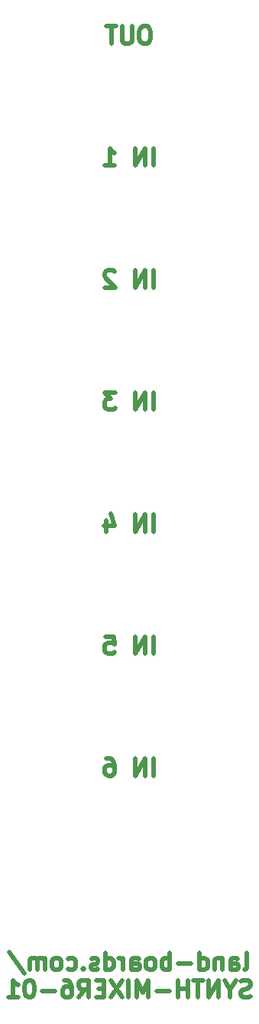
<source format=gbo>
%TF.GenerationSoftware,KiCad,Pcbnew,(6.0.1)*%
%TF.CreationDate,2022-09-30T21:03:03-04:00*%
%TF.ProjectId,SYNTH-MIXER6-01_PANEL,53594e54-482d-44d4-9958-4552362d3031,1*%
%TF.SameCoordinates,Original*%
%TF.FileFunction,Legend,Bot*%
%TF.FilePolarity,Positive*%
%FSLAX46Y46*%
G04 Gerber Fmt 4.6, Leading zero omitted, Abs format (unit mm)*
G04 Created by KiCad (PCBNEW (6.0.1)) date 2022-09-30 21:03:03*
%MOMM*%
%LPD*%
G01*
G04 APERTURE LIST*
%ADD10C,0.476250*%
G04 APERTURE END LIST*
D10*
X67745357Y-117328260D02*
X67926785Y-117237546D01*
X68017500Y-117056117D01*
X68017500Y-115423260D01*
X66203214Y-117328260D02*
X66203214Y-116330403D01*
X66293928Y-116148975D01*
X66475357Y-116058260D01*
X66838214Y-116058260D01*
X67019642Y-116148975D01*
X66203214Y-117237546D02*
X66384642Y-117328260D01*
X66838214Y-117328260D01*
X67019642Y-117237546D01*
X67110357Y-117056117D01*
X67110357Y-116874689D01*
X67019642Y-116693260D01*
X66838214Y-116602546D01*
X66384642Y-116602546D01*
X66203214Y-116511832D01*
X65296071Y-116058260D02*
X65296071Y-117328260D01*
X65296071Y-116239689D02*
X65205357Y-116148975D01*
X65023928Y-116058260D01*
X64751785Y-116058260D01*
X64570357Y-116148975D01*
X64479642Y-116330403D01*
X64479642Y-117328260D01*
X62756071Y-117328260D02*
X62756071Y-115423260D01*
X62756071Y-117237546D02*
X62937500Y-117328260D01*
X63300357Y-117328260D01*
X63481785Y-117237546D01*
X63572500Y-117146832D01*
X63663214Y-116965403D01*
X63663214Y-116421117D01*
X63572500Y-116239689D01*
X63481785Y-116148975D01*
X63300357Y-116058260D01*
X62937500Y-116058260D01*
X62756071Y-116148975D01*
X61848928Y-116602546D02*
X60397500Y-116602546D01*
X59490357Y-117328260D02*
X59490357Y-115423260D01*
X59490357Y-116148975D02*
X59308928Y-116058260D01*
X58946071Y-116058260D01*
X58764642Y-116148975D01*
X58673928Y-116239689D01*
X58583214Y-116421117D01*
X58583214Y-116965403D01*
X58673928Y-117146832D01*
X58764642Y-117237546D01*
X58946071Y-117328260D01*
X59308928Y-117328260D01*
X59490357Y-117237546D01*
X57494642Y-117328260D02*
X57676071Y-117237546D01*
X57766785Y-117146832D01*
X57857500Y-116965403D01*
X57857500Y-116421117D01*
X57766785Y-116239689D01*
X57676071Y-116148975D01*
X57494642Y-116058260D01*
X57222500Y-116058260D01*
X57041071Y-116148975D01*
X56950357Y-116239689D01*
X56859642Y-116421117D01*
X56859642Y-116965403D01*
X56950357Y-117146832D01*
X57041071Y-117237546D01*
X57222500Y-117328260D01*
X57494642Y-117328260D01*
X55226785Y-117328260D02*
X55226785Y-116330403D01*
X55317500Y-116148975D01*
X55498928Y-116058260D01*
X55861785Y-116058260D01*
X56043214Y-116148975D01*
X55226785Y-117237546D02*
X55408214Y-117328260D01*
X55861785Y-117328260D01*
X56043214Y-117237546D01*
X56133928Y-117056117D01*
X56133928Y-116874689D01*
X56043214Y-116693260D01*
X55861785Y-116602546D01*
X55408214Y-116602546D01*
X55226785Y-116511832D01*
X54319642Y-117328260D02*
X54319642Y-116058260D01*
X54319642Y-116421117D02*
X54228928Y-116239689D01*
X54138214Y-116148975D01*
X53956785Y-116058260D01*
X53775357Y-116058260D01*
X52323928Y-117328260D02*
X52323928Y-115423260D01*
X52323928Y-117237546D02*
X52505357Y-117328260D01*
X52868214Y-117328260D01*
X53049642Y-117237546D01*
X53140357Y-117146832D01*
X53231071Y-116965403D01*
X53231071Y-116421117D01*
X53140357Y-116239689D01*
X53049642Y-116148975D01*
X52868214Y-116058260D01*
X52505357Y-116058260D01*
X52323928Y-116148975D01*
X51507500Y-117237546D02*
X51326071Y-117328260D01*
X50963214Y-117328260D01*
X50781785Y-117237546D01*
X50691071Y-117056117D01*
X50691071Y-116965403D01*
X50781785Y-116783975D01*
X50963214Y-116693260D01*
X51235357Y-116693260D01*
X51416785Y-116602546D01*
X51507500Y-116421117D01*
X51507500Y-116330403D01*
X51416785Y-116148975D01*
X51235357Y-116058260D01*
X50963214Y-116058260D01*
X50781785Y-116148975D01*
X49874642Y-117146832D02*
X49783928Y-117237546D01*
X49874642Y-117328260D01*
X49965357Y-117237546D01*
X49874642Y-117146832D01*
X49874642Y-117328260D01*
X48151071Y-117237546D02*
X48332500Y-117328260D01*
X48695357Y-117328260D01*
X48876785Y-117237546D01*
X48967500Y-117146832D01*
X49058214Y-116965403D01*
X49058214Y-116421117D01*
X48967500Y-116239689D01*
X48876785Y-116148975D01*
X48695357Y-116058260D01*
X48332500Y-116058260D01*
X48151071Y-116148975D01*
X47062500Y-117328260D02*
X47243928Y-117237546D01*
X47334642Y-117146832D01*
X47425357Y-116965403D01*
X47425357Y-116421117D01*
X47334642Y-116239689D01*
X47243928Y-116148975D01*
X47062500Y-116058260D01*
X46790357Y-116058260D01*
X46608928Y-116148975D01*
X46518214Y-116239689D01*
X46427500Y-116421117D01*
X46427500Y-116965403D01*
X46518214Y-117146832D01*
X46608928Y-117237546D01*
X46790357Y-117328260D01*
X47062500Y-117328260D01*
X45611071Y-117328260D02*
X45611071Y-116058260D01*
X45611071Y-116239689D02*
X45520357Y-116148975D01*
X45338928Y-116058260D01*
X45066785Y-116058260D01*
X44885357Y-116148975D01*
X44794642Y-116330403D01*
X44794642Y-117328260D01*
X44794642Y-116330403D02*
X44703928Y-116148975D01*
X44522500Y-116058260D01*
X44250357Y-116058260D01*
X44068928Y-116148975D01*
X43978214Y-116330403D01*
X43978214Y-117328260D01*
X41710357Y-115332546D02*
X43343214Y-117781832D01*
X68425714Y-120304596D02*
X68153571Y-120395310D01*
X67700000Y-120395310D01*
X67518571Y-120304596D01*
X67427857Y-120213882D01*
X67337142Y-120032453D01*
X67337142Y-119851025D01*
X67427857Y-119669596D01*
X67518571Y-119578882D01*
X67700000Y-119488167D01*
X68062857Y-119397453D01*
X68244285Y-119306739D01*
X68335000Y-119216025D01*
X68425714Y-119034596D01*
X68425714Y-118853167D01*
X68335000Y-118671739D01*
X68244285Y-118581025D01*
X68062857Y-118490310D01*
X67609285Y-118490310D01*
X67337142Y-118581025D01*
X66157857Y-119488167D02*
X66157857Y-120395310D01*
X66792857Y-118490310D02*
X66157857Y-119488167D01*
X65522857Y-118490310D01*
X64887857Y-120395310D02*
X64887857Y-118490310D01*
X63799285Y-120395310D01*
X63799285Y-118490310D01*
X63164285Y-118490310D02*
X62075714Y-118490310D01*
X62620000Y-120395310D02*
X62620000Y-118490310D01*
X61440714Y-120395310D02*
X61440714Y-118490310D01*
X61440714Y-119397453D02*
X60352142Y-119397453D01*
X60352142Y-120395310D02*
X60352142Y-118490310D01*
X59445000Y-119669596D02*
X57993571Y-119669596D01*
X57086428Y-120395310D02*
X57086428Y-118490310D01*
X56451428Y-119851025D01*
X55816428Y-118490310D01*
X55816428Y-120395310D01*
X54909285Y-120395310D02*
X54909285Y-118490310D01*
X54183571Y-118490310D02*
X52913571Y-120395310D01*
X52913571Y-118490310D02*
X54183571Y-120395310D01*
X52187857Y-119397453D02*
X51552857Y-119397453D01*
X51280714Y-120395310D02*
X52187857Y-120395310D01*
X52187857Y-118490310D01*
X51280714Y-118490310D01*
X49375714Y-120395310D02*
X50010714Y-119488167D01*
X50464285Y-120395310D02*
X50464285Y-118490310D01*
X49738571Y-118490310D01*
X49557142Y-118581025D01*
X49466428Y-118671739D01*
X49375714Y-118853167D01*
X49375714Y-119125310D01*
X49466428Y-119306739D01*
X49557142Y-119397453D01*
X49738571Y-119488167D01*
X50464285Y-119488167D01*
X47742857Y-118490310D02*
X48105714Y-118490310D01*
X48287142Y-118581025D01*
X48377857Y-118671739D01*
X48559285Y-118943882D01*
X48650000Y-119306739D01*
X48650000Y-120032453D01*
X48559285Y-120213882D01*
X48468571Y-120304596D01*
X48287142Y-120395310D01*
X47924285Y-120395310D01*
X47742857Y-120304596D01*
X47652142Y-120213882D01*
X47561428Y-120032453D01*
X47561428Y-119578882D01*
X47652142Y-119397453D01*
X47742857Y-119306739D01*
X47924285Y-119216025D01*
X48287142Y-119216025D01*
X48468571Y-119306739D01*
X48559285Y-119397453D01*
X48650000Y-119578882D01*
X46745000Y-119669596D02*
X45293571Y-119669596D01*
X44023571Y-118490310D02*
X43842142Y-118490310D01*
X43660714Y-118581025D01*
X43570000Y-118671739D01*
X43479285Y-118853167D01*
X43388571Y-119216025D01*
X43388571Y-119669596D01*
X43479285Y-120032453D01*
X43570000Y-120213882D01*
X43660714Y-120304596D01*
X43842142Y-120395310D01*
X44023571Y-120395310D01*
X44205000Y-120304596D01*
X44295714Y-120213882D01*
X44386428Y-120032453D01*
X44477142Y-119669596D01*
X44477142Y-119216025D01*
X44386428Y-118853167D01*
X44295714Y-118671739D01*
X44205000Y-118581025D01*
X44023571Y-118490310D01*
X41574285Y-120395310D02*
X42662857Y-120395310D01*
X42118571Y-120395310D02*
X42118571Y-118490310D01*
X42300000Y-118762453D01*
X42481428Y-118943882D01*
X42662857Y-119034596D01*
X57630714Y-95861785D02*
X57630714Y-93956785D01*
X56723571Y-95861785D02*
X56723571Y-93956785D01*
X55635000Y-95861785D01*
X55635000Y-93956785D01*
X52460000Y-93956785D02*
X52822857Y-93956785D01*
X53004285Y-94047500D01*
X53095000Y-94138214D01*
X53276428Y-94410357D01*
X53367142Y-94773214D01*
X53367142Y-95498928D01*
X53276428Y-95680357D01*
X53185714Y-95771071D01*
X53004285Y-95861785D01*
X52641428Y-95861785D01*
X52460000Y-95771071D01*
X52369285Y-95680357D01*
X52278571Y-95498928D01*
X52278571Y-95045357D01*
X52369285Y-94863928D01*
X52460000Y-94773214D01*
X52641428Y-94682500D01*
X53004285Y-94682500D01*
X53185714Y-94773214D01*
X53276428Y-94863928D01*
X53367142Y-95045357D01*
X57630714Y-82361785D02*
X57630714Y-80456785D01*
X56723571Y-82361785D02*
X56723571Y-80456785D01*
X55635000Y-82361785D01*
X55635000Y-80456785D01*
X52369285Y-80456785D02*
X53276428Y-80456785D01*
X53367142Y-81363928D01*
X53276428Y-81273214D01*
X53095000Y-81182500D01*
X52641428Y-81182500D01*
X52460000Y-81273214D01*
X52369285Y-81363928D01*
X52278571Y-81545357D01*
X52278571Y-81998928D01*
X52369285Y-82180357D01*
X52460000Y-82271071D01*
X52641428Y-82361785D01*
X53095000Y-82361785D01*
X53276428Y-82271071D01*
X53367142Y-82180357D01*
X57630714Y-68861785D02*
X57630714Y-66956785D01*
X56723571Y-68861785D02*
X56723571Y-66956785D01*
X55635000Y-68861785D01*
X55635000Y-66956785D01*
X52460000Y-67591785D02*
X52460000Y-68861785D01*
X52913571Y-66866071D02*
X53367142Y-68226785D01*
X52187857Y-68226785D01*
X57630714Y-55361785D02*
X57630714Y-53456785D01*
X56723571Y-55361785D02*
X56723571Y-53456785D01*
X55635000Y-55361785D01*
X55635000Y-53456785D01*
X53457857Y-53456785D02*
X52278571Y-53456785D01*
X52913571Y-54182500D01*
X52641428Y-54182500D01*
X52460000Y-54273214D01*
X52369285Y-54363928D01*
X52278571Y-54545357D01*
X52278571Y-54998928D01*
X52369285Y-55180357D01*
X52460000Y-55271071D01*
X52641428Y-55361785D01*
X53185714Y-55361785D01*
X53367142Y-55271071D01*
X53457857Y-55180357D01*
X57630714Y-41861785D02*
X57630714Y-39956785D01*
X56723571Y-41861785D02*
X56723571Y-39956785D01*
X55635000Y-41861785D01*
X55635000Y-39956785D01*
X53367142Y-40138214D02*
X53276428Y-40047500D01*
X53095000Y-39956785D01*
X52641428Y-39956785D01*
X52460000Y-40047500D01*
X52369285Y-40138214D01*
X52278571Y-40319642D01*
X52278571Y-40501071D01*
X52369285Y-40773214D01*
X53457857Y-41861785D01*
X52278571Y-41861785D01*
X57630714Y-28361785D02*
X57630714Y-26456785D01*
X56723571Y-28361785D02*
X56723571Y-26456785D01*
X55635000Y-28361785D01*
X55635000Y-26456785D01*
X52278571Y-28361785D02*
X53367142Y-28361785D01*
X52822857Y-28361785D02*
X52822857Y-26456785D01*
X53004285Y-26728928D01*
X53185714Y-26910357D01*
X53367142Y-27001071D01*
X56905000Y-12956785D02*
X56542142Y-12956785D01*
X56360714Y-13047500D01*
X56179285Y-13228928D01*
X56088571Y-13591785D01*
X56088571Y-14226785D01*
X56179285Y-14589642D01*
X56360714Y-14771071D01*
X56542142Y-14861785D01*
X56905000Y-14861785D01*
X57086428Y-14771071D01*
X57267857Y-14589642D01*
X57358571Y-14226785D01*
X57358571Y-13591785D01*
X57267857Y-13228928D01*
X57086428Y-13047500D01*
X56905000Y-12956785D01*
X55272142Y-12956785D02*
X55272142Y-14498928D01*
X55181428Y-14680357D01*
X55090714Y-14771071D01*
X54909285Y-14861785D01*
X54546428Y-14861785D01*
X54365000Y-14771071D01*
X54274285Y-14680357D01*
X54183571Y-14498928D01*
X54183571Y-12956785D01*
X53548571Y-12956785D02*
X52460000Y-12956785D01*
X53004285Y-14861785D02*
X53004285Y-12956785D01*
M02*

</source>
